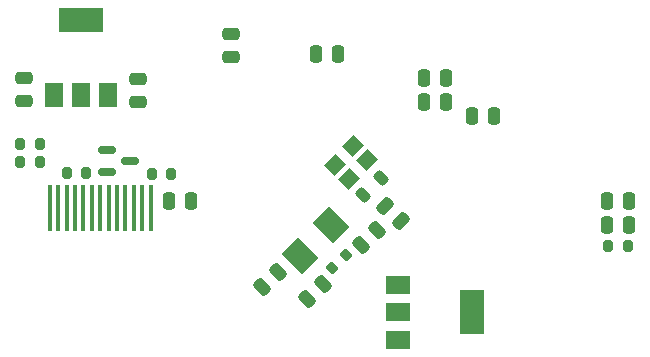
<source format=gbr>
%TF.GenerationSoftware,KiCad,Pcbnew,(6.0.0)*%
%TF.CreationDate,2022-03-10T17:49:05+08:00*%
%TF.ProjectId,st_usbAudioV1_demo,73745f75-7362-4417-9564-696f56315f64,rev?*%
%TF.SameCoordinates,Original*%
%TF.FileFunction,Paste,Bot*%
%TF.FilePolarity,Positive*%
%FSLAX46Y46*%
G04 Gerber Fmt 4.6, Leading zero omitted, Abs format (unit mm)*
G04 Created by KiCad (PCBNEW (6.0.0)) date 2022-03-10 17:49:05*
%MOMM*%
%LPD*%
G01*
G04 APERTURE LIST*
G04 Aperture macros list*
%AMRoundRect*
0 Rectangle with rounded corners*
0 $1 Rounding radius*
0 $2 $3 $4 $5 $6 $7 $8 $9 X,Y pos of 4 corners*
0 Add a 4 corners polygon primitive as box body*
4,1,4,$2,$3,$4,$5,$6,$7,$8,$9,$2,$3,0*
0 Add four circle primitives for the rounded corners*
1,1,$1+$1,$2,$3*
1,1,$1+$1,$4,$5*
1,1,$1+$1,$6,$7*
1,1,$1+$1,$8,$9*
0 Add four rect primitives between the rounded corners*
20,1,$1+$1,$2,$3,$4,$5,0*
20,1,$1+$1,$4,$5,$6,$7,0*
20,1,$1+$1,$6,$7,$8,$9,0*
20,1,$1+$1,$8,$9,$2,$3,0*%
%AMRotRect*
0 Rectangle, with rotation*
0 The origin of the aperture is its center*
0 $1 length*
0 $2 width*
0 $3 Rotation angle, in degrees counterclockwise*
0 Add horizontal line*
21,1,$1,$2,0,0,$3*%
G04 Aperture macros list end*
%ADD10R,0.400000X4.000000*%
%ADD11RoundRect,0.250000X-0.159099X0.512652X-0.512652X0.159099X0.159099X-0.512652X0.512652X-0.159099X0*%
%ADD12RoundRect,0.250000X0.159099X-0.512652X0.512652X-0.159099X-0.159099X0.512652X-0.512652X0.159099X0*%
%ADD13RoundRect,0.150000X-0.587500X-0.150000X0.587500X-0.150000X0.587500X0.150000X-0.587500X0.150000X0*%
%ADD14RoundRect,0.250000X0.512652X0.159099X0.159099X0.512652X-0.512652X-0.159099X-0.159099X-0.512652X0*%
%ADD15RoundRect,0.250000X-0.475000X0.250000X-0.475000X-0.250000X0.475000X-0.250000X0.475000X0.250000X0*%
%ADD16RoundRect,0.250000X-0.250000X-0.475000X0.250000X-0.475000X0.250000X0.475000X-0.250000X0.475000X0*%
%ADD17R,2.000000X1.500000*%
%ADD18R,2.000000X3.800000*%
%ADD19RotRect,1.400000X1.200000X45.000000*%
%ADD20R,1.500000X2.000000*%
%ADD21R,3.800000X2.000000*%
%ADD22RoundRect,0.250000X0.250000X0.475000X-0.250000X0.475000X-0.250000X-0.475000X0.250000X-0.475000X0*%
%ADD23RoundRect,0.200000X0.200000X0.275000X-0.200000X0.275000X-0.200000X-0.275000X0.200000X-0.275000X0*%
%ADD24RotRect,2.000000X2.400000X45.000000*%
%ADD25RoundRect,0.200000X0.053033X-0.335876X0.335876X-0.053033X-0.053033X0.335876X-0.335876X0.053033X0*%
%ADD26RoundRect,0.218750X-0.114905X0.424264X-0.424264X0.114905X0.114905X-0.424264X0.424264X-0.114905X0*%
%ADD27RoundRect,0.250000X0.475000X-0.250000X0.475000X0.250000X-0.475000X0.250000X-0.475000X-0.250000X0*%
G04 APERTURE END LIST*
D10*
%TO.C,U7*%
X137824800Y-76076800D03*
X137113600Y-76076800D03*
X136402400Y-76076800D03*
X135691200Y-76076800D03*
X134980000Y-76076800D03*
X134268800Y-76076800D03*
X133557600Y-76076800D03*
X132846400Y-76076800D03*
X132135200Y-76076800D03*
X131424000Y-76076800D03*
X130712800Y-76076800D03*
X130001600Y-76076800D03*
X129290400Y-76076800D03*
%TD*%
D11*
%TO.C,C10*%
X152415751Y-82466249D03*
X151072249Y-83809751D03*
%TD*%
D12*
%TO.C,C9*%
X147262249Y-82793751D03*
X148605751Y-81450249D03*
%TD*%
D13*
%TO.C,Q1*%
X134169500Y-73039000D03*
X134169500Y-71139000D03*
X136044500Y-72089000D03*
%TD*%
D14*
%TO.C,C16*%
X159019751Y-77205751D03*
X157676249Y-75862249D03*
%TD*%
D15*
%TO.C,C1*%
X127106000Y-65104000D03*
X127106000Y-67004000D03*
%TD*%
D16*
%TO.C,C31*%
X176448000Y-77550000D03*
X178348000Y-77550000D03*
%TD*%
%TO.C,C6*%
X139364000Y-75518000D03*
X141264000Y-75518000D03*
%TD*%
D17*
%TO.C,U3*%
X158754000Y-87216000D03*
X158754000Y-84916000D03*
D18*
X165054000Y-84916000D03*
D17*
X158754000Y-82616000D03*
%TD*%
D19*
%TO.C,X1*%
X153413142Y-72392777D03*
X154968777Y-70837142D03*
X156170858Y-72039223D03*
X154615223Y-73594858D03*
%TD*%
D20*
%TO.C,U2*%
X134232000Y-66476000D03*
D21*
X131932000Y-60176000D03*
D20*
X131932000Y-66476000D03*
X129632000Y-66476000D03*
%TD*%
D22*
%TO.C,C32*%
X162854000Y-67136000D03*
X160954000Y-67136000D03*
%TD*%
D23*
%TO.C,R3*%
X128439000Y-72216000D03*
X126789000Y-72216000D03*
%TD*%
D16*
%TO.C,C33*%
X176448000Y-75518000D03*
X178348000Y-75518000D03*
%TD*%
D24*
%TO.C,Y1*%
X150435852Y-80128148D03*
X153052148Y-77511852D03*
%TD*%
D23*
%TO.C,R22*%
X178223000Y-79328000D03*
X176573000Y-79328000D03*
%TD*%
D22*
%TO.C,C27*%
X166918000Y-68279000D03*
X165018000Y-68279000D03*
%TD*%
%TO.C,C28*%
X162854000Y-65104000D03*
X160954000Y-65104000D03*
%TD*%
D23*
%TO.C,R29*%
X139552000Y-73232000D03*
X137902000Y-73232000D03*
%TD*%
D22*
%TO.C,C21*%
X153710000Y-63072000D03*
X151810000Y-63072000D03*
%TD*%
D25*
%TO.C,R6*%
X153192637Y-81181363D03*
X154359363Y-80014637D03*
%TD*%
D26*
%TO.C,L2*%
X157321301Y-73496699D03*
X155818699Y-74999301D03*
%TD*%
D23*
%TO.C,R19*%
X132376000Y-73105000D03*
X130726000Y-73105000D03*
%TD*%
D27*
%TO.C,C7*%
X136758000Y-67070000D03*
X136758000Y-65170000D03*
%TD*%
D23*
%TO.C,R4*%
X128439000Y-70692000D03*
X126789000Y-70692000D03*
%TD*%
D12*
%TO.C,C11*%
X155644249Y-79237751D03*
X156987751Y-77894249D03*
%TD*%
D27*
%TO.C,C17*%
X144632000Y-63260000D03*
X144632000Y-61360000D03*
%TD*%
M02*

</source>
